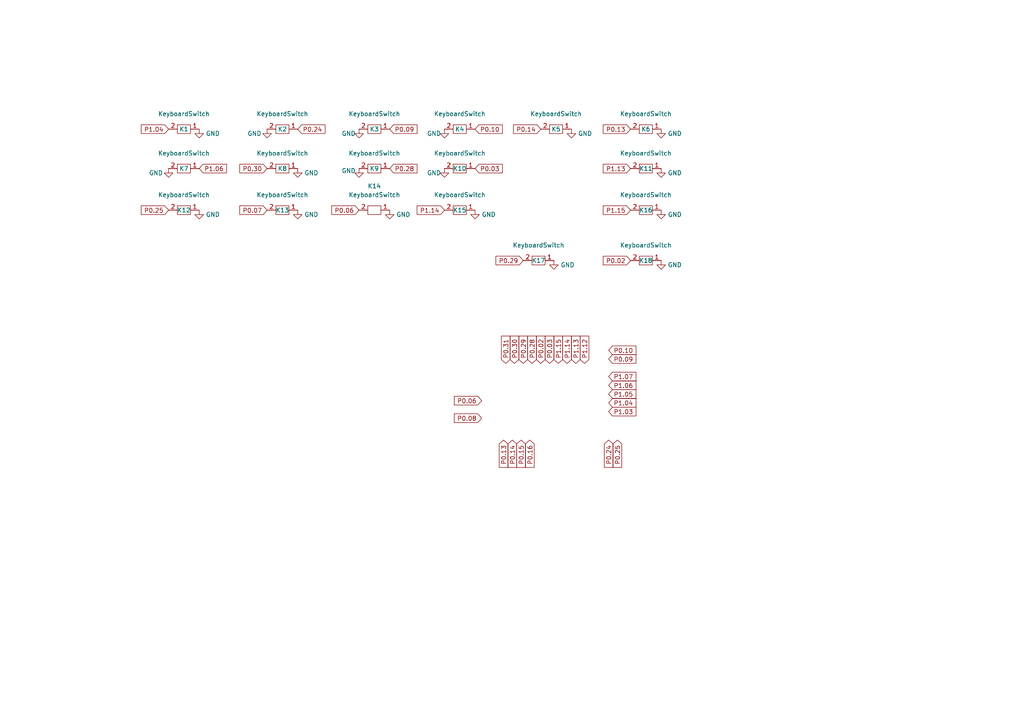
<source format=kicad_sch>
(kicad_sch (version 20230121) (generator eeschema)
  (paper "A4")
  (lib_symbols
    (symbol "Library:KeyboardSwitch"
      (property "Reference" "K" (at 0 5.08 0))
      (property "Value" "KeyboardSwitch" (at 0 3.175 0))
      (symbol "KeyboardSwitch_0_1"
        (rectangle (start -1.905 1.27) (end 1.905 -1.27))
      )
      (symbol "KeyboardSwitch_1_1"
        (pin input line (at 4.445 0 180) (length 2.54) (name "") (number "1"))
        (pin input line (at -4.445 0 0) (length 2.54) (name "") (number "2"))
      )
    )
    (symbol "power:GND" (power) (pin_names (offset 0))
      (property "Value" "GND" (at 0 -3.81 0))
      (symbol "GND_0_1"
        (polyline (pts (xy 0 0) (xy 0 -1.27) (xy 1.27 -1.27) (xy 0 -2.54) (xy -1.27 -1.27) (xy 0 -1.27)))
      )
      (symbol "GND_1_1"
        (pin power_in line (at 0 0 270) (length 0) hide (name "GND") (number "1"))
      )
    )
  )
  (global_label "P1.15" (shape input) (at 182.88 60.96 180) (property "Intersheetrefs" "${INTERSHEET_REFS}" (effects hide)))
  (global_label "P1.06" (shape input) (at 57.785 48.895 0) (property "Intersheetrefs" "${INTERSHEET_REFS}" (effects hide)))
  (global_label "P0.31" (shape input) (at 146.685 105.41 90) (property "Intersheetrefs" "${INTERSHEET_REFS}" (effects hide)))
  (global_label "P1.05" (shape input) (at 176.53 114.3 0) (property "Intersheetrefs" "${INTERSHEET_REFS}" (effects hide)))
  (global_label "P0.02" (shape input) (at 156.845 105.41 90) (property "Intersheetrefs" "${INTERSHEET_REFS}" (effects hide)))
  (global_label "P0.25" (shape input) (at 179.07 127.635 270) (property "Intersheetrefs" "${INTERSHEET_REFS}" (effects hide)))
  (global_label "P0.10" (shape input) (at 137.795 37.465 0) (property "Intersheetrefs" "${INTERSHEET_REFS}" (effects hide)))
  (global_label "P0.06" (shape input) (at 139.7 116.205 180) (property "Intersheetrefs" "${INTERSHEET_REFS}" (effects hide)))
  (global_label "P1.14" (shape input) (at 164.465 105.41 90) (property "Intersheetrefs" "${INTERSHEET_REFS}" (effects hide)))
  (global_label "P0.10" (shape input) (at 176.53 101.6 0) (property "Intersheetrefs" "${INTERSHEET_REFS}" (effects hide)))
  (global_label "P0.28" (shape input) (at 154.305 105.41 90) (property "Intersheetrefs" "${INTERSHEET_REFS}" (effects hide)))
  (global_label "P1.14" (shape input) (at 128.905 60.96 180) (property "Intersheetrefs" "${INTERSHEET_REFS}" (effects hide)))
  (global_label "P0.03" (shape input) (at 159.385 105.41 90) (property "Intersheetrefs" "${INTERSHEET_REFS}" (effects hide)))
  (global_label "P0.25" (shape input) (at 48.895 60.96 180) (property "Intersheetrefs" "${INTERSHEET_REFS}" (effects hide)))
  (global_label "P0.06" (shape input) (at 104.14 60.96 180) (property "Intersheetrefs" "${INTERSHEET_REFS}" (effects hide)))
  (global_label "P0.24" (shape input) (at 176.53 127.635 270) (property "Intersheetrefs" "${INTERSHEET_REFS}" (effects hide)))
  (global_label "P0.09" (shape input) (at 113.03 37.465 0) (property "Intersheetrefs" "${INTERSHEET_REFS}" (effects hide)))
  (global_label "P0.14" (shape input) (at 148.59 127.635 270) (property "Intersheetrefs" "${INTERSHEET_REFS}" (effects hide)))
  (global_label "P1.07" (shape input) (at 176.53 109.22 0) (property "Intersheetrefs" "${INTERSHEET_REFS}" (effects hide)))
  (global_label "P0.30" (shape input) (at 149.225 105.41 90) (property "Intersheetrefs" "${INTERSHEET_REFS}" (effects hide)))
  (global_label "P0.09" (shape input) (at 176.53 104.14 0) (property "Intersheetrefs" "${INTERSHEET_REFS}" (effects hide)))
  (global_label "P0.03" (shape input) (at 137.795 48.895 0) (property "Intersheetrefs" "${INTERSHEET_REFS}" (effects hide)))
  (global_label "P0.02" (shape input) (at 182.88 75.565 180) (property "Intersheetrefs" "${INTERSHEET_REFS}" (effects hide)))
  (global_label "P0.13" (shape input) (at 146.05 127.635 270) (property "Intersheetrefs" "${INTERSHEET_REFS}" (effects hide)))
  (global_label "P1.12" (shape input) (at 169.545 105.41 90) (property "Intersheetrefs" "${INTERSHEET_REFS}" (effects hide)))
  (global_label "P1.13" (shape input) (at 182.88 48.895 180) (property "Intersheetrefs" "${INTERSHEET_REFS}" (effects hide)))
  (global_label "P0.14" (shape input) (at 156.845 37.465 180) (property "Intersheetrefs" "${INTERSHEET_REFS}" (effects hide)))
  (global_label "P0.24" (shape input) (at 86.36 37.465 0) (property "Intersheetrefs" "${INTERSHEET_REFS}" (effects hide)))
  (global_label "P1.06" (shape input) (at 176.53 111.76 0) (property "Intersheetrefs" "${INTERSHEET_REFS}" (effects hide)))
  (global_label "P0.13" (shape input) (at 182.88 37.465 180) (property "Intersheetrefs" "${INTERSHEET_REFS}" (effects hide)))
  (global_label "P0.15" (shape input) (at 151.13 127.635 270) (property "Intersheetrefs" "${INTERSHEET_REFS}" (effects hide)))
  (global_label "P0.08" (shape input) (at 139.7 121.285 180) (property "Intersheetrefs" "${INTERSHEET_REFS}" (effects hide)))
  (global_label "P1.04" (shape input) (at 176.53 116.84 0) (property "Intersheetrefs" "${INTERSHEET_REFS}" (effects hide)))
  (global_label "P0.16" (shape input) (at 153.67 127.635 270) (property "Intersheetrefs" "${INTERSHEET_REFS}" (effects hide)))
  (global_label "P1.13" (shape input) (at 167.005 105.41 90) (property "Intersheetrefs" "${INTERSHEET_REFS}" (effects hide)))
  (global_label "P1.15" (shape input) (at 161.925 105.41 90) (property "Intersheetrefs" "${INTERSHEET_REFS}" (effects hide)))
  (global_label "P0.29" (shape input) (at 151.765 105.41 90) (property "Intersheetrefs" "${INTERSHEET_REFS}" (effects hide)))
  (global_label "P1.04" (shape input) (at 48.895 37.465 180) (property "Intersheetrefs" "${INTERSHEET_REFS}" (effects hide)))
  (global_label "P0.29" (shape input) (at 151.765 75.565 180) (property "Intersheetrefs" "${INTERSHEET_REFS}" (effects hide)))
  (global_label "P1.03" (shape input) (at 176.53 119.38 0) (property "Intersheetrefs" "${INTERSHEET_REFS}" (effects hide)))
  (global_label "P0.28" (shape input) (at 113.03 48.895 0) (property "Intersheetrefs" "${INTERSHEET_REFS}" (effects hide)))
  (global_label "P0.30" (shape input) (at 77.47 48.895 180) (property "Intersheetrefs" "${INTERSHEET_REFS}" (effects hide)))
  (global_label "P0.07" (shape input) (at 77.47 60.96 180) (property "Intersheetrefs" "${INTERSHEET_REFS}" (effects hide)))
  (symbol (lib_id "power:GND") (at 86.36 60.96 0) (unit 1)
    (property "Reference" "#PWR0102" (effects hide))
    (property "Value" "GND" (at 88.265 62.23 0) (effects (justify left)))
  )
  (symbol (lib_id "Library:KeyboardSwitch") (at 108.585 60.96 0) (unit 1)
    (property "Reference" "K14" (at 108.585 53.975 0))
    (property "Value" "KeyboardSwitch" (at 108.585 56.515 0))
    (property "Footprint" "Library:GateronHotswap" (effects hide))
  )
  (symbol (lib_id "power:GND") (at 48.895 48.895 0) (unit 1)
    (property "Reference" "#PWR0112" (effects hide))
    (property "Value" "GND" (at 43.18 50.165 0) (effects (justify left)))
  )
  (symbol (lib_id "Library:KeyboardSwitch") (at 133.35 37.465 0) (unit 1)
    (property "Reference" "K4" (at 133.35 37.465 0))
    (property "Value" "KeyboardSwitch" (at 133.35 33.02 0))
    (property "Footprint" "Library:GateronHotswap" (effects hide))
  )
  (symbol (lib_id "power:GND") (at 191.77 60.96 0) (unit 1)
    (property "Reference" "#PWR0116" (effects hide))
    (property "Value" "GND" (at 193.675 62.23 0) (effects (justify left)))
  )
  (symbol (lib_id "Library:KeyboardSwitch") (at 187.325 48.895 0) (unit 1)
    (property "Reference" "K11" (at 187.325 48.895 0))
    (property "Value" "KeyboardSwitch" (at 187.325 44.45 0))
    (property "Footprint" "Library:GateronHotswap" (effects hide))
  )
  (symbol (lib_id "Library:KeyboardSwitch") (at 187.325 37.465 0) (unit 1)
    (property "Reference" "K6" (at 187.325 37.465 0))
    (property "Value" "KeyboardSwitch" (at 187.325 33.02 0))
    (property "Footprint" "Library:GateronHotswap" (effects hide))
  )
  (symbol (lib_id "power:GND") (at 128.905 48.895 0) (unit 1)
    (property "Reference" "#PWR0113" (effects hide))
    (property "Value" "GND" (at 123.825 50.165 0) (effects (justify left)))
  )
  (symbol (lib_id "power:GND") (at 137.795 60.96 0) (unit 1)
    (property "Reference" "#PWR0115" (effects hide))
    (property "Value" "GND" (at 139.7 62.23 0) (effects (justify left)))
  )
  (symbol (lib_id "power:GND") (at 160.655 75.565 0) (unit 1)
    (property "Reference" "#PWR0118" (effects hide))
    (property "Value" "GND" (at 162.56 76.835 0) (effects (justify left)))
  )
  (symbol (lib_id "Library:KeyboardSwitch") (at 81.915 37.465 0) (unit 1)
    (property "Reference" "K2" (at 81.915 37.465 0))
    (property "Value" "KeyboardSwitch" (at 81.915 33.02 0))
    (property "Footprint" "Library:GateronHotswap" (effects hide))
  )
  (symbol (lib_id "Library:KeyboardSwitch") (at 81.915 60.96 0) (unit 1)
    (property "Reference" "K13" (at 81.915 60.96 0))
    (property "Value" "KeyboardSwitch" (at 81.915 56.515 0))
    (property "Footprint" "Library:GateronHotswap" (effects hide))
  )
  (symbol (lib_id "Library:KeyboardSwitch") (at 81.915 48.895 0) (unit 1)
    (property "Reference" "K8" (at 81.915 48.895 0))
    (property "Value" "KeyboardSwitch" (at 81.915 44.45 0))
    (property "Footprint" "Library:GateronHotswap" (effects hide))
  )
  (symbol (lib_id "Library:KeyboardSwitch") (at 108.585 37.465 0) (unit 1)
    (property "Reference" "K3" (at 108.585 37.465 0))
    (property "Value" "KeyboardSwitch" (at 108.585 33.02 0))
    (property "Footprint" "Library:GateronHotswap" (effects hide))
  )
  (symbol (lib_id "power:GND") (at 191.77 48.895 0) (unit 1)
    (property "Reference" "#PWR0114" (effects hide))
    (property "Value" "GND" (at 193.675 50.165 0) (effects (justify left)))
  )
  (symbol (lib_id "power:GND") (at 165.735 37.465 0) (unit 1)
    (property "Reference" "#PWR0109" (effects hide))
    (property "Value" "GND" (at 167.64 38.735 0) (effects (justify left)))
  )
  (symbol (lib_id "Library:KeyboardSwitch") (at 133.35 48.895 0) (unit 1)
    (property "Reference" "K10" (at 133.35 48.895 0))
    (property "Value" "KeyboardSwitch" (at 133.35 44.45 0))
    (property "Footprint" "Library:GateronHotswap" (effects hide))
  )
  (symbol (lib_id "power:GND") (at 57.785 60.96 0) (unit 1)
    (property "Reference" "#PWR0101" (effects hide))
    (property "Value" "GND" (at 59.69 62.23 0) (effects (justify left)))
  )
  (symbol (lib_id "power:GND") (at 77.47 37.465 0) (unit 1)
    (property "Reference" "#PWR0111" (effects hide))
    (property "Value" "GND" (at 71.755 38.735 0) (effects (justify left)))
  )
  (symbol (lib_id "power:GND") (at 104.14 48.895 0) (unit 1)
    (property "Reference" "#PWR0105" (effects hide))
    (property "Value" "GND" (at 99.06 49.53 0) (effects (justify left)))
  )
  (symbol (lib_id "power:GND") (at 191.77 37.465 0) (unit 1)
    (property "Reference" "#PWR0110" (effects hide))
    (property "Value" "GND" (at 193.675 38.735 0) (effects (justify left)))
  )
  (symbol (lib_id "Library:KeyboardSwitch") (at 187.325 75.565 0) (unit 1)
    (property "Reference" "K18" (at 187.325 75.565 0))
    (property "Value" "KeyboardSwitch" (at 187.325 71.12 0))
    (property "Footprint" "Library:GateronHotswap" (effects hide))
  )
  (symbol (lib_id "power:GND") (at 57.785 37.465 0) (unit 1)
    (property "Reference" "#PWR0106" (effects hide))
    (property "Value" "GND" (at 59.69 38.735 0) (effects (justify left)))
  )
  (symbol (lib_id "Library:KeyboardSwitch") (at 53.34 60.96 0) (unit 1)
    (property "Reference" "K12" (at 53.34 60.96 0))
    (property "Value" "KeyboardSwitch" (at 53.34 56.515 0))
    (property "Footprint" "Library:GateronHotswap" (effects hide))
  )
  (symbol (lib_id "Library:KeyboardSwitch") (at 133.35 60.96 0) (unit 1)
    (property "Reference" "K15" (at 133.35 60.96 0))
    (property "Value" "KeyboardSwitch" (at 133.35 56.515 0))
    (property "Footprint" "Library:GateronHotswap" (effects hide))
  )
  (symbol (lib_id "power:GND") (at 191.77 75.565 0) (unit 1)
    (property "Reference" "#PWR0117" (effects hide))
    (property "Value" "GND" (at 193.675 76.835 0) (effects (justify left)))
  )
  (symbol (lib_id "Library:KeyboardSwitch") (at 108.585 48.895 0) (unit 1)
    (property "Reference" "K9" (at 108.585 48.895 0))
    (property "Value" "KeyboardSwitch" (at 108.585 44.45 0))
    (property "Footprint" "Library:GateronHotswap" (effects hide))
  )
  (symbol (lib_id "Library:KeyboardSwitch") (at 53.34 48.895 0) (unit 1)
    (property "Reference" "K7" (at 53.34 48.895 0))
    (property "Value" "KeyboardSwitch" (at 53.34 44.45 0))
    (property "Footprint" "Library:GateronHotswap" (effects hide))
  )
  (symbol (lib_id "power:GND") (at 104.14 37.465 0) (unit 1)
    (property "Reference" "#PWR0107" (effects hide))
    (property "Value" "GND" (at 99.06 38.735 0) (effects (justify left)))
  )
  (symbol (lib_id "power:GND") (at 113.03 60.96 0) (unit 1)
    (property "Reference" "#PWR0103" (effects hide))
    (property "Value" "GND" (at 114.935 62.23 0) (effects (justify left)))
  )
  (symbol (lib_id "power:GND") (at 86.36 48.895 0) (unit 1)
    (property "Reference" "#PWR0104" (effects hide))
    (property "Value" "GND" (at 88.265 50.165 0) (effects (justify left)))
  )
  (symbol (lib_id "Library:KeyboardSwitch") (at 53.34 37.465 0) (unit 1)
    (property "Reference" "K1" (at 53.34 37.465 0))
    (property "Value" "KeyboardSwitch" (at 53.34 33.02 0))
    (property "Footprint" "Library:GateronHotswap" (effects hide))
  )
  (symbol (lib_id "Library:KeyboardSwitch") (at 187.325 60.96 0) (unit 1)
    (property "Reference" "K16" (at 187.325 60.96 0))
    (property "Value" "KeyboardSwitch" (at 187.325 56.515 0))
    (property "Footprint" "Library:GateronHotswap" (effects hide))
  )
  (symbol (lib_id "Library:KeyboardSwitch") (at 156.21 75.565 0) (unit 1)
    (property "Reference" "K17" (at 156.21 75.565 0))
    (property "Value" "KeyboardSwitch" (at 156.21 71.12 0))
    (property "Footprint" "Library:GateronHotswap" (effects hide))
  )
  (symbol (lib_id "Library:KeyboardSwitch") (at 161.29 37.465 0) (unit 1)
    (property "Reference" "K5" (at 161.29 37.465 0))
    (property "Value" "KeyboardSwitch" (at 161.29 33.02 0))
    (property "Footprint" "Library:GateronHotswap" (effects hide))
  )
  (symbol (lib_id "power:GND") (at 128.905 37.465 0) (unit 1)
    (property "Reference" "#PWR0108" (effects hide))
    (property "Value" "GND" (at 123.825 38.735 0) (effects (justify left)))
  )
)
</source>
